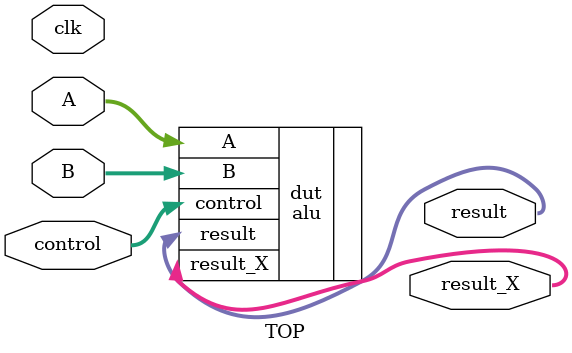
<source format=sv>
module TOP(
  input logic clk,
  input logic [15:0] A,
  input logic [15:0] B,
  input logic [3:0] control,
  output logic [15:0] result,
  output logic [15:0] result_X
);

alu dut(
	.A(A),
	.B(B),
	.control(control),
	.result(result),
	.result_X(result_X)
);

always @(negedge clk) begin : proc_assertions
	if (control == 3'b000)
		assert (result == (A + B));
	if (control == 3'b001)
		assert (result == (A - B));
	if (control == 3'b010)
		assert (result == (A & B));
	if (control == 3'b011)
		assert (result == ( ~A));
	if (control == 3'b100)
		assert (result == (A | B));
	if (control == 3'b101)
		assert (result == (A ^ B));
	if (control == 3'b110)
		assert (result == (A << B[3:0]));
	if (control == 3'b111)
		assert (result == (A >> B[3:0]));
end

endmodule

</source>
